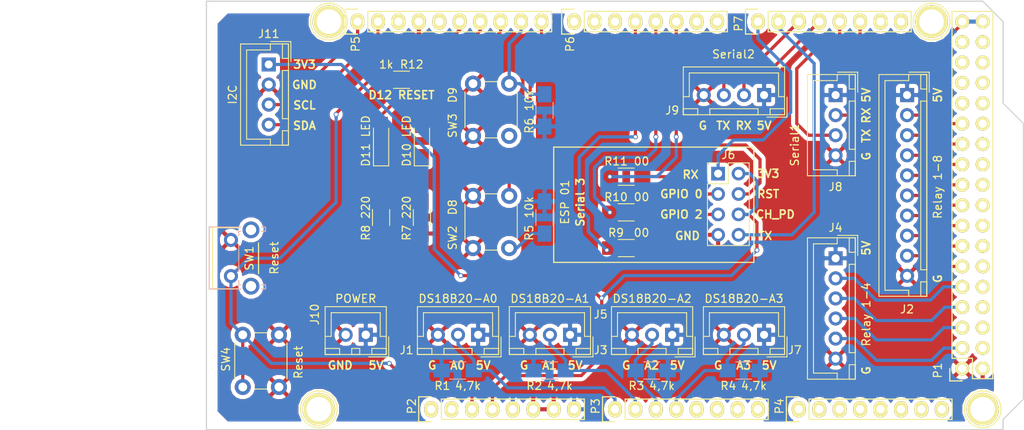
<source format=kicad_pcb>
(kicad_pcb (version 4) (host pcbnew 4.0.7)
  (title_block (date "mar. 31 mars 2015"))
  (layers (0 F.Cu signal) (31 B.Cu signal) (34 B.Paste user) (35 F.Paste user) (36 B.SilkS user) (37 F.SilkS user) (38 B.Mask user) (39 F.Mask user) (44 Edge.Cuts user))
  (net 0 "")
  (net 1 GND)
  (net 2 "/53(SS)")
  (net 3 "/51(MOSI)")
  (net 4 /49)
  (net 5 /47)
  (net 6 /45)
  (net 7 /43)
  (net 8 /41)
  (net 9 /39)
  (net 10 /37)
  (net 11 /35)
  (net 12 /33)
  (net 13 /31)
  (net 14 /29)
  (net 15 /27)
  (net 16 /25)
  (net 17 /23)
  (net 18 +5V)
  (net 19 /IOREF)
  (net 20 /A4)
  (net 21 /A5)
  (net 22 /A6)
  (net 23 /A7)
  (net 24 /A8)
  (net 25 /A9)
  (net 26 /A10)
  (net 27 /A11)
  (net 28 /A12)
  (net 29 /A13)
  (net 30 /A14)
  (net 31 /A15)
  (net 32 /SCL)
  (net 33 /SDA)
  (net 34 /AREF)
  (net 35 "/13(**)")
  (net 36 "/12(**)")
  (net 37 "/11(**)")
  (net 38 "/10(**)")
  (net 39 "/9(**)")
  (net 40 "/8(**)")
  (net 41 "/7(**)")
  (net 42 "/6(**)")
  (net 43 "/5(**)")
  (net 44 "/4(**)")
  (net 45 "/3(**)")
  (net 46 "/2(**)")
  (net 47 "/21(SCL)")
  (net 48 "Net-(P8-Pad1)")
  (net 49 "Net-(P10-Pad1)")
  (net 50 "Net-(P11-Pad1)")
  (net 51 "Net-(P13-Pad1)")
  (net 52 "Net-(P2-Pad1)")
  (net 53 +3V3)
  (net 54 "/1(Tx0)")
  (net 55 "/0(Rx0)")
  (net 56 "/14(Tx3)")
  (net 57 "/15(Rx3)")
  (net 58 "/16(Tx2)")
  (net 59 "Net-(D1-Pad1)")
  (net 60 "Net-(D2-Pad1)")
  (net 61 /A0)
  (net 62 /30)
  (net 63 /32)
  (net 64 /34)
  (net 65 /36)
  (net 66 /38)
  (net 67 /40)
  (net 68 /42)
  (net 69 /44)
  (net 70 /A1)
  (net 71 /46)
  (net 72 /48)
  (net 73 "/50(MISO)")
  (net 74 "/52(SCK)")
  (net 75 /A2)
  (net 76 /A3)
  (net 77 "/19(Rx1)")
  (net 78 "/18(Tx1)")
  (net 79 /28)
  (net 80 /26)
  (net 81 /24)
  (net 82 /22)
  (net 83 "/17(Rx2)")
  (net 84 "/20(SDA)")
  (net 85 "Net-(J6-Pad3)")
  (net 86 "Net-(J6-Pad5)")
  (net 87 /Reset)
  (net 88 "Net-(J6-Pad4)")
  (module Socket_Arduino_Mega:Socket_Strip_Arduino_2x18 (layer F.Cu) (at 197.358 114.046 90)
    (fp_text reference P1 (at -0.254 -3.048 90) (layer F.SilkS))
    (fp_text value Digital)
    (pad 1 thru_hole circle (at 0 0 90) (size 1.7272 1.7272) (drill 1.016) (layers *.Cu *.Mask F.SilkS) (net 1 GND))
    (pad 2 thru_hole oval (at 0 2.54 90) (size 1.7272 1.7272) (drill 1.016) (layers *.Cu *.Mask F.SilkS) (net 1 GND))
    (pad 3 thru_hole oval (at 2.54 0 90) (size 1.7272 1.7272) (drill 1.016) (layers *.Cu *.Mask F.SilkS) (net 74 "/52(SCK)"))
    (pad 4 thru_hole oval (at 2.54 2.54 90) (size 1.7272 1.7272) (drill 1.016) (layers *.Cu *.Mask F.SilkS) (net 2 "/53(SS)"))
    (pad 5 thru_hole oval (at 5.08 0 90) (size 1.7272 1.7272) (drill 1.016) (layers *.Cu *.Mask F.SilkS) (net 73 "/50(MISO)"))
    (pad 6 thru_hole oval (at 5.08 2.54 90) (size 1.7272 1.7272) (drill 1.016) (layers *.Cu *.Mask F.SilkS) (net 3 "/51(MOSI)"))
    (pad 7 thru_hole oval (at 7.62 0 90) (size 1.7272 1.7272) (drill 1.016) (layers *.Cu *.Mask F.SilkS) (net 72 /48))
    (pad 8 thru_hole oval (at 7.62 2.54 90) (size 1.7272 1.7272) (drill 1.016) (layers *.Cu *.Mask F.SilkS) (net 4 /49))
    (pad 9 thru_hole oval (at 10.16 0 90) (size 1.7272 1.7272) (drill 1.016) (layers *.Cu *.Mask F.SilkS) (net 71 /46))
    (pad 10 thru_hole oval (at 10.16 2.54 90) (size 1.7272 1.7272) (drill 1.016) (layers *.Cu *.Mask F.SilkS) (net 5 /47))
    (pad 11 thru_hole oval (at 12.7 0 90) (size 1.7272 1.7272) (drill 1.016) (layers *.Cu *.Mask F.SilkS) (net 69 /44))
    (pad 12 thru_hole oval (at 12.7 2.54 90) (size 1.7272 1.7272) (drill 1.016) (layers *.Cu *.Mask F.SilkS) (net 6 /45))
    (pad 13 thru_hole oval (at 15.24 0 90) (size 1.7272 1.7272) (drill 1.016) (layers *.Cu *.Mask F.SilkS) (net 68 /42))
    (pad 14 thru_hole oval (at 15.24 2.54 90) (size 1.7272 1.7272) (drill 1.016) (layers *.Cu *.Mask F.SilkS) (net 7 /43))
    (pad 15 thru_hole oval (at 17.78 0 90) (size 1.7272 1.7272) (drill 1.016) (layers *.Cu *.Mask F.SilkS) (net 67 /40))
    (pad 16 thru_hole oval (at 17.78 2.54 90) (size 1.7272 1.7272) (drill 1.016) (layers *.Cu *.Mask F.SilkS) (net 8 /41))
    (pad 17 thru_hole oval (at 20.32 0 90) (size 1.7272 1.7272) (drill 1.016) (layers *.Cu *.Mask F.SilkS) (net 66 /38))
    (pad 18 thru_hole oval (at 20.32 2.54 90) (size 1.7272 1.7272) (drill 1.016) (layers *.Cu *.Mask F.SilkS) (net 9 /39))
    (pad 19 thru_hole oval (at 22.86 0 90) (size 1.7272 1.7272) (drill 1.016) (layers *.Cu *.Mask F.SilkS) (net 65 /36))
    (pad 20 thru_hole oval (at 22.86 2.54 90) (size 1.7272 1.7272) (drill 1.016) (layers *.Cu *.Mask F.SilkS) (net 10 /37))
    (pad 21 thru_hole oval (at 25.4 0 90) (size 1.7272 1.7272) (drill 1.016) (layers *.Cu *.Mask F.SilkS) (net 64 /34))
    (pad 22 thru_hole oval (at 25.4 2.54 90) (size 1.7272 1.7272) (drill 1.016) (layers *.Cu *.Mask F.SilkS) (net 11 /35))
    (pad 23 thru_hole oval (at 27.94 0 90) (size 1.7272 1.7272) (drill 1.016) (layers *.Cu *.Mask F.SilkS) (net 63 /32))
    (pad 24 thru_hole oval (at 27.94 2.54 90) (size 1.7272 1.7272) (drill 1.016) (layers *.Cu *.Mask F.SilkS) (net 12 /33))
    (pad 25 thru_hole oval (at 30.48 0 90) (size 1.7272 1.7272) (drill 1.016) (layers *.Cu *.Mask F.SilkS) (net 62 /30))
    (pad 26 thru_hole oval (at 30.48 2.54 90) (size 1.7272 1.7272) (drill 1.016) (layers *.Cu *.Mask F.SilkS) (net 13 /31))
    (pad 27 thru_hole oval (at 33.02 0 90) (size 1.7272 1.7272) (drill 1.016) (layers *.Cu *.Mask F.SilkS) (net 79 /28))
    (pad 28 thru_hole oval (at 33.02 2.54 90) (size 1.7272 1.7272) (drill 1.016) (layers *.Cu *.Mask F.SilkS) (net 14 /29))
    (pad 29 thru_hole oval (at 35.56 0 90) (size 1.7272 1.7272) (drill 1.016) (layers *.Cu *.Mask F.SilkS) (net 80 /26))
    (pad 30 thru_hole oval (at 35.56 2.54 90) (size 1.7272 1.7272) (drill 1.016) (layers *.Cu *.Mask F.SilkS) (net 15 /27))
    (pad 31 thru_hole oval (at 38.1 0 90) (size 1.7272 1.7272) (drill 1.016) (layers *.Cu *.Mask F.SilkS) (net 81 /24))
    (pad 32 thru_hole oval (at 38.1 2.54 90) (size 1.7272 1.7272) (drill 1.016) (layers *.Cu *.Mask F.SilkS) (net 16 /25))
    (pad 33 thru_hole oval (at 40.64 0 90) (size 1.7272 1.7272) (drill 1.016) (layers *.Cu *.Mask F.SilkS) (net 82 /22))
    (pad 34 thru_hole oval (at 40.64 2.54 90) (size 1.7272 1.7272) (drill 1.016) (layers *.Cu *.Mask F.SilkS) (net 17 /23))
    (pad 35 thru_hole oval (at 43.18 0 90) (size 1.7272 1.7272) (drill 1.016) (layers *.Cu *.Mask F.SilkS) (net 18 +5V))
    (pad 36 thru_hole oval (at 43.18 2.54 90) (size 1.7272 1.7272) (drill 1.016) (layers *.Cu *.Mask F.SilkS) (net 18 +5V))
  )
  (module Socket_Arduino_Mega:Socket_Strip_Arduino_1x08 (layer F.Cu) (at 131.318 119.126)
    (fp_text reference P2 (at -2.413 -0.381 90) (layer F.SilkS))
    (fp_text value Power)
    (pad 1 thru_hole oval (at 0 0) (size 1.7272 2.032) (drill 1.016) (layers *.Cu *.Mask F.SilkS) (net 52 "Net-(P2-Pad1)"))
    (pad 2 thru_hole oval (at 2.54 0) (size 1.7272 2.032) (drill 1.016) (layers *.Cu *.Mask F.SilkS) (net 19 /IOREF))
    (pad 3 thru_hole oval (at 5.08 0) (size 1.7272 2.032) (drill 1.016) (layers *.Cu *.Mask F.SilkS) (net 87 /Reset))
    (pad 4 thru_hole oval (at 7.62 0) (size 1.7272 2.032) (drill 1.016) (layers *.Cu *.Mask F.SilkS) (net 53 +3V3))
    (pad 5 thru_hole oval (at 10.16 0) (size 1.7272 2.032) (drill 1.016) (layers *.Cu *.Mask F.SilkS) (net 18 +5V))
    (pad 6 thru_hole oval (at 12.7 0) (size 1.7272 2.032) (drill 1.016) (layers *.Cu *.Mask F.SilkS) (net 1 GND))
    (pad 7 thru_hole oval (at 15.24 0) (size 1.7272 2.032) (drill 1.016) (layers *.Cu *.Mask F.SilkS) (net 1 GND))
    (pad 8 thru_hole oval (at 17.78 0) (size 1.7272 2.032) (drill 1.016) (layers *.Cu *.Mask F.SilkS) (net 18 +5V))
  )
  (module Socket_Arduino_Mega:Socket_Strip_Arduino_1x08 (layer F.Cu) (at 154.178 119.126)
    (fp_text reference P3 (at -2.413 -0.381 90) (layer F.SilkS))
    (fp_text value Analog)
    (pad 1 thru_hole oval (at 0 0) (size 1.7272 2.032) (drill 1.016) (layers *.Cu *.Mask F.SilkS) (net 61 /A0))
    (pad 2 thru_hole oval (at 2.54 0) (size 1.7272 2.032) (drill 1.016) (layers *.Cu *.Mask F.SilkS) (net 70 /A1))
    (pad 3 thru_hole oval (at 5.08 0) (size 1.7272 2.032) (drill 1.016) (layers *.Cu *.Mask F.SilkS) (net 75 /A2))
    (pad 4 thru_hole oval (at 7.62 0) (size 1.7272 2.032) (drill 1.016) (layers *.Cu *.Mask F.SilkS) (net 76 /A3))
    (pad 5 thru_hole oval (at 10.16 0) (size 1.7272 2.032) (drill 1.016) (layers *.Cu *.Mask F.SilkS) (net 20 /A4))
    (pad 6 thru_hole oval (at 12.7 0) (size 1.7272 2.032) (drill 1.016) (layers *.Cu *.Mask F.SilkS) (net 21 /A5))
    (pad 7 thru_hole oval (at 15.24 0) (size 1.7272 2.032) (drill 1.016) (layers *.Cu *.Mask F.SilkS) (net 22 /A6))
    (pad 8 thru_hole oval (at 17.78 0) (size 1.7272 2.032) (drill 1.016) (layers *.Cu *.Mask F.SilkS) (net 23 /A7))
  )
  (module Socket_Arduino_Mega:Socket_Strip_Arduino_1x08 (layer F.Cu) (at 177.038 119.126)
    (fp_text reference P4 (at -2.413 -0.381 90) (layer F.SilkS))
    (fp_text value Analog)
    (pad 1 thru_hole oval (at 0 0) (size 1.7272 2.032) (drill 1.016) (layers *.Cu *.Mask F.SilkS) (net 24 /A8))
    (pad 2 thru_hole oval (at 2.54 0) (size 1.7272 2.032) (drill 1.016) (layers *.Cu *.Mask F.SilkS) (net 25 /A9))
    (pad 3 thru_hole oval (at 5.08 0) (size 1.7272 2.032) (drill 1.016) (layers *.Cu *.Mask F.SilkS) (net 26 /A10))
    (pad 4 thru_hole oval (at 7.62 0) (size 1.7272 2.032) (drill 1.016) (layers *.Cu *.Mask F.SilkS) (net 27 /A11))
    (pad 5 thru_hole oval (at 10.16 0) (size 1.7272 2.032) (drill 1.016) (layers *.Cu *.Mask F.SilkS) (net 28 /A12))
    (pad 6 thru_hole oval (at 12.7 0) (size 1.7272 2.032) (drill 1.016) (layers *.Cu *.Mask F.SilkS) (net 29 /A13))
    (pad 7 thru_hole oval (at 15.24 0) (size 1.7272 2.032) (drill 1.016) (layers *.Cu *.Mask F.SilkS) (net 30 /A14))
    (pad 8 thru_hole oval (at 17.78 0) (size 1.7272 2.032) (drill 1.016) (layers *.Cu *.Mask F.SilkS) (net 31 /A15))
  )
  (module Socket_Arduino_Mega:Socket_Strip_Arduino_1x10 (layer F.Cu) (at 122.174 70.866)
    (fp_text reference P5 (at -0.254 2.794 90) (layer F.SilkS))
    (fp_text value PWM)
    (pad 1 thru_hole oval (at 0 0) (size 1.7272 2.032) (drill 1.016) (layers *.Cu *.Mask F.SilkS) (net 32 /SCL))
    (pad 2 thru_hole oval (at 2.54 0) (size 1.7272 2.032) (drill 1.016) (layers *.Cu *.Mask F.SilkS) (net 33 /SDA))
    (pad 3 thru_hole oval (at 5.08 0) (size 1.7272 2.032) (drill 1.016) (layers *.Cu *.Mask F.SilkS) (net 34 /AREF))
    (pad 4 thru_hole oval (at 7.62 0) (size 1.7272 2.032) (drill 1.016) (layers *.Cu *.Mask F.SilkS) (net 1 GND))
    (pad 5 thru_hole oval (at 10.16 0) (size 1.7272 2.032) (drill 1.016) (layers *.Cu *.Mask F.SilkS) (net 35 "/13(**)"))
    (pad 6 thru_hole oval (at 12.7 0) (size 1.7272 2.032) (drill 1.016) (layers *.Cu *.Mask F.SilkS) (net 36 "/12(**)"))
    (pad 7 thru_hole oval (at 15.24 0) (size 1.7272 2.032) (drill 1.016) (layers *.Cu *.Mask F.SilkS) (net 37 "/11(**)"))
    (pad 8 thru_hole oval (at 17.78 0) (size 1.7272 2.032) (drill 1.016) (layers *.Cu *.Mask F.SilkS) (net 38 "/10(**)"))
    (pad 9 thru_hole oval (at 20.32 0) (size 1.7272 2.032) (drill 1.016) (layers *.Cu *.Mask F.SilkS) (net 39 "/9(**)"))
    (pad 10 thru_hole oval (at 22.86 0) (size 1.7272 2.032) (drill 1.016) (layers *.Cu *.Mask F.SilkS) (net 40 "/8(**)"))
  )
  (module Socket_Arduino_Mega:Socket_Strip_Arduino_1x08 (layer F.Cu) (at 149.098 70.866)
    (fp_text reference P6 (at -0.508 2.794 90) (layer F.SilkS))
    (fp_text value PWM)
    (pad 1 thru_hole oval (at 0 0) (size 1.7272 2.032) (drill 1.016) (layers *.Cu *.Mask F.SilkS) (net 41 "/7(**)"))
    (pad 2 thru_hole oval (at 2.54 0) (size 1.7272 2.032) (drill 1.016) (layers *.Cu *.Mask F.SilkS) (net 42 "/6(**)"))
    (pad 3 thru_hole oval (at 5.08 0) (size 1.7272 2.032) (drill 1.016) (layers *.Cu *.Mask F.SilkS) (net 43 "/5(**)"))
    (pad 4 thru_hole oval (at 7.62 0) (size 1.7272 2.032) (drill 1.016) (layers *.Cu *.Mask F.SilkS) (net 44 "/4(**)"))
    (pad 5 thru_hole oval (at 10.16 0) (size 1.7272 2.032) (drill 1.016) (layers *.Cu *.Mask F.SilkS) (net 45 "/3(**)"))
    (pad 6 thru_hole oval (at 12.7 0) (size 1.7272 2.032) (drill 1.016) (layers *.Cu *.Mask F.SilkS) (net 46 "/2(**)"))
    (pad 7 thru_hole oval (at 15.24 0) (size 1.7272 2.032) (drill 1.016) (layers *.Cu *.Mask F.SilkS) (net 54 "/1(Tx0)"))
    (pad 8 thru_hole oval (at 17.78 0) (size 1.7272 2.032) (drill 1.016) (layers *.Cu *.Mask F.SilkS) (net 55 "/0(Rx0)"))
  )
  (module Socket_Arduino_Mega:Socket_Strip_Arduino_1x08 (layer F.Cu) (at 171.958 70.866)
    (fp_text reference P7 (at -2.413 0.254 90) (layer F.SilkS))
    (fp_text value Communication)
    (pad 1 thru_hole oval (at 0 0) (size 1.7272 2.032) (drill 1.016) (layers *.Cu *.Mask F.SilkS) (net 56 "/14(Tx3)"))
    (pad 2 thru_hole oval (at 2.54 0) (size 1.7272 2.032) (drill 1.016) (layers *.Cu *.Mask F.SilkS) (net 57 "/15(Rx3)"))
    (pad 3 thru_hole oval (at 5.08 0) (size 1.7272 2.032) (drill 1.016) (layers *.Cu *.Mask F.SilkS) (net 58 "/16(Tx2)"))
    (pad 4 thru_hole oval (at 7.62 0) (size 1.7272 2.032) (drill 1.016) (layers *.Cu *.Mask F.SilkS) (net 83 "/17(Rx2)"))
    (pad 5 thru_hole oval (at 10.16 0) (size 1.7272 2.032) (drill 1.016) (layers *.Cu *.Mask F.SilkS) (net 78 "/18(Tx1)"))
    (pad 6 thru_hole oval (at 12.7 0) (size 1.7272 2.032) (drill 1.016) (layers *.Cu *.Mask F.SilkS) (net 77 "/19(Rx1)"))
    (pad 7 thru_hole oval (at 15.24 0) (size 1.7272 2.032) (drill 1.016) (layers *.Cu *.Mask F.SilkS) (net 84 "/20(SDA)"))
    (pad 8 thru_hole oval (at 17.78 0) (size 1.7272 2.032) (drill 1.016) (layers *.Cu *.Mask F.SilkS) (net 47 "/21(SCL)"))
  )
  (module Socket_Arduino_Mega:Arduino_1pin (layer F.Cu) (at 117.348 119.126)
    (fp_text reference P8 hide)
    (fp_text value CONN_01X01 hide)
    (pad 1 thru_hole circle (at 0 0) (size 4.064 4.064) (drill 3.048) (layers *.Cu *.Mask F.SilkS) (net 48 "Net-(P8-Pad1)"))
  )
  (module Socket_Arduino_Mega:Arduino_1pin (layer F.Cu) (at 199.898 119.126)
    (fp_text reference P10 hide)
    (fp_text value CONN_01X01 hide)
    (pad 1 thru_hole circle (at 0 0) (size 4.064 4.064) (drill 3.048) (layers *.Cu *.Mask F.SilkS) (net 49 "Net-(P10-Pad1)"))
  )
  (module Socket_Arduino_Mega:Arduino_1pin (layer F.Cu) (at 118.618 70.866)
    (fp_text reference P11 hide)
    (fp_text value CONN_01X01 hide)
    (pad 1 thru_hole circle (at 0 0) (size 4.064 4.064) (drill 3.048) (layers *.Cu *.Mask F.SilkS) (net 50 "Net-(P11-Pad1)"))
  )
  (module Socket_Arduino_Mega:Arduino_1pin (layer F.Cu) (at 193.548 70.866)
    (fp_text reference P13 hide)
    (fp_text value CONN_01X01 hide)
    (pad 1 thru_hole circle (at 0 0) (size 4.064 4.064) (drill 3.048) (layers *.Cu *.Mask F.SilkS) (net 51 "Net-(P13-Pad1)"))
  )
  (module Resistors_SMD:R_1206_HandSoldering (layer B.Cu) (at 134.62 114.3 180)
    (fp_text reference R1 (at 1.905 -1.905 180) (layer F.SilkS))
    (fp_text value 4,7k (at -1.27 -1.905 180) (layer F.SilkS))
    (pad 1 smd rect (at -2 0 180) (size 2 1.7) (layers B.Cu B.Paste B.Mask) (net 61 /A0))
    (pad 2 smd rect (at 2 0 180) (size 2 1.7) (layers B.Cu B.Paste B.Mask) (net 18 +5V))
  )
  (module Resistors_SMD:R_1206_HandSoldering (layer B.Cu) (at 146.05 114.3 180)
    (fp_text reference R2 (at 1.905 -1.905 180) (layer F.SilkS))
    (fp_text value 4,7k (at -1.27 -1.905 180) (layer F.SilkS))
    (pad 1 smd rect (at -2 0 180) (size 2 1.7) (layers B.Cu B.Paste B.Mask) (net 70 /A1))
    (pad 2 smd rect (at 2 0 180) (size 2 1.7) (layers B.Cu B.Paste B.Mask) (net 18 +5V))
  )
  (module Resistors_SMD:R_1206_HandSoldering (layer B.Cu) (at 158.75 114.3)
    (fp_text reference R3 (at -1.905 1.905) (layer F.SilkS))
    (fp_text value 4,7k (at 1.27 1.905) (layer F.SilkS))
    (pad 1 smd rect (at -2 0) (size 2 1.7) (layers B.Cu B.Paste B.Mask) (net 75 /A2))
    (pad 2 smd rect (at 2 0) (size 2 1.7) (layers B.Cu B.Paste B.Mask) (net 18 +5V))
  )
  (module Resistors_SMD:R_1206_HandSoldering (layer B.Cu) (at 170.18 114.3)
    (fp_text reference R4 (at -1.905 1.905) (layer F.SilkS))
    (fp_text value 4,7k (at 1.27 1.905) (layer F.SilkS))
    (pad 1 smd rect (at -2 0) (size 2 1.7) (layers B.Cu B.Paste B.Mask) (net 76 /A3))
    (pad 2 smd rect (at 2 0) (size 2 1.7) (layers B.Cu B.Paste B.Mask) (net 18 +5V))
  )
  (module Buttons_Switches_THT:SW_Tactile_SPST_Angled_PTS645Vx39-2LFS (layer B.Cu) (at 106.426 98.044 270)
    (fp_text reference SW1 (at 2.286 -2.286 270) (layer F.SilkS))
    (fp_text value Reset (at 2.25 -5.38988 270) (layer F.SilkS))
    (pad "" thru_hole circle (at 5.76 -2.49 270) (size 2.1 2.1) (drill 1.3) (layers *.Cu *.Mask))
    (pad 2 thru_hole circle (at 4.5 0 270) (size 1.75 1.75) (drill 0.99) (layers *.Cu *.Mask) (net 87 /Reset))
    (pad 1 thru_hole circle (at 0 0 270) (size 1.75 1.75) (drill 0.99) (layers *.Cu *.Mask) (net 1 GND))
    (pad "" thru_hole circle (at -1.25 -2.49 270) (size 2.1 2.1) (drill 1.3) (layers *.Cu *.Mask))
  )
  (module LEDs:LED_1206_HandSoldering (layer F.Cu) (at 130.175 85.725 90)
    (fp_text reference D1)
    (fp_text value "D10 LED" (at 0 -1.905 90) (layer F.SilkS))
    (pad 1 smd rect (at -2 0 90) (size 2 1.7) (layers F.Cu F.Paste F.Mask) (net 59 "Net-(D1-Pad1)"))
    (pad 2 smd rect (at 2 0 90) (size 2 1.7) (layers F.Cu F.Paste F.Mask) (net 38 "/10(**)"))
  )
  (module LEDs:LED_1206_HandSoldering (layer F.Cu) (at 125.095 85.725 90)
    (fp_text reference D2)
    (fp_text value "D11 LED" (at 0 -1.905 90) (layer F.SilkS))
    (pad 1 smd rect (at -2 0 90) (size 2 1.7) (layers F.Cu F.Paste F.Mask) (net 60 "Net-(D2-Pad1)"))
    (pad 2 smd rect (at 2 0 90) (size 2 1.7) (layers F.Cu F.Paste F.Mask) (net 37 "/11(**)"))
  )
  (module Resistors_SMD:R_1206_HandSoldering (layer B.Cu) (at 145.415 95.25 90)
    (fp_text reference R5 (at -1.905 -1.905 90) (layer F.SilkS))
    (fp_text value 10k (at 1.27 -1.905 90) (layer F.SilkS))
    (pad 1 smd rect (at -2 0 90) (size 2 1.7) (layers B.Cu B.Paste B.Mask) (net 40 "/8(**)"))
    (pad 2 smd rect (at 2 0 90) (size 2 1.7) (layers B.Cu B.Paste B.Mask) (net 18 +5V))
  )
  (module Resistors_SMD:R_1206_HandSoldering (layer B.Cu) (at 145.415 81.915 270)
    (fp_text reference R6 (at 1.905 1.905 270) (layer F.SilkS))
    (fp_text value 10k (at -1.27 1.905 270) (layer F.SilkS))
    (pad 1 smd rect (at -2 0 270) (size 2 1.7) (layers B.Cu B.Paste B.Mask) (net 39 "/9(**)"))
    (pad 2 smd rect (at 2 0 270) (size 2 1.7) (layers B.Cu B.Paste B.Mask) (net 18 +5V))
  )
  (module Resistors_SMD:R_1206_HandSoldering (layer F.Cu) (at 130.175 95.25 90)
    (fp_text reference R7 (at -1.905 -1.905 90) (layer F.SilkS))
    (fp_text value 220 (at 1.27 -1.905 90) (layer F.SilkS))
    (pad 1 smd rect (at -2 0 90) (size 2 1.7) (layers F.Cu F.Paste F.Mask) (net 1 GND))
    (pad 2 smd rect (at 2 0 90) (size 2 1.7) (layers F.Cu F.Paste F.Mask) (net 59 "Net-(D1-Pad1)"))
  )
  (module Resistors_SMD:R_1206_HandSoldering (layer F.Cu) (at 125.095 95.25 90)
    (fp_text reference R8 (at -1.905 -1.905 90) (layer F.SilkS))
    (fp_text value 220 (at 1.27 -1.905 90) (layer F.SilkS))
    (pad 1 smd rect (at -2 0 90) (size 2 1.7) (layers F.Cu F.Paste F.Mask) (net 1 GND))
    (pad 2 smd rect (at 2 0 90) (size 2 1.7) (layers F.Cu F.Paste F.Mask) (net 60 "Net-(D2-Pad1)"))
  )
  (module Buttons_Switches_THT:SW_PUSH_6mm_h5mm (layer F.Cu) (at 136.525 99.06 90)
    (fp_text reference SW2 (at 1.27 -2.54 90) (layer F.SilkS))
    (fp_text value D8 (at 5.08 -2.54 90) (layer F.SilkS))
    (pad 2 thru_hole circle (at 0 4.5 180) (size 2 2) (drill 1.1) (layers *.Cu *.Mask) (net 40 "/8(**)"))
    (pad 1 thru_hole circle (at 0 0 180) (size 2 2) (drill 1.1) (layers *.Cu *.Mask) (net 1 GND))
    (pad 2 thru_hole circle (at 6.5 4.5 180) (size 2 2) (drill 1.1) (layers *.Cu *.Mask) (net 40 "/8(**)"))
    (pad 1 thru_hole circle (at 6.5 0 180) (size 2 2) (drill 1.1) (layers *.Cu *.Mask) (net 1 GND))
  )
  (module Buttons_Switches_THT:SW_PUSH_6mm_h5mm (layer F.Cu) (at 136.525 85.09 90)
    (fp_text reference SW3 (at 1.27 -2.54 90) (layer F.SilkS))
    (fp_text value D9 (at 5.08 -2.54 90) (layer F.SilkS))
    (pad 2 thru_hole circle (at 0 4.5 180) (size 2 2) (drill 1.1) (layers *.Cu *.Mask) (net 39 "/9(**)"))
    (pad 1 thru_hole circle (at 0 0 180) (size 2 2) (drill 1.1) (layers *.Cu *.Mask) (net 1 GND))
    (pad 2 thru_hole circle (at 6.5 4.5 180) (size 2 2) (drill 1.1) (layers *.Cu *.Mask) (net 39 "/9(**)"))
    (pad 1 thru_hole circle (at 6.5 0 180) (size 2 2) (drill 1.1) (layers *.Cu *.Mask) (net 1 GND))
  )
  (module Connectors_JST:JST_XH_B10B-XH-A_10x2.50mm_Straight (layer F.Cu) (at 190.5 80.01 270)
    (fp_text reference J2 (at 26.67 0 540) (layer F.SilkS))
    (fp_text value "Relay 1-8" (at 11.43 -3.81 450) (layer F.SilkS))
    (pad 1 thru_hole rect (at 0 0 270) (size 1.75 1.75) (drill 1) (layers *.Cu *.Mask) (net 18 +5V))
    (pad 2 thru_hole circle (at 2.5 0 270) (size 1.75 1.75) (drill 1) (layers *.Cu *.Mask) (net 62 /30))
    (pad 3 thru_hole circle (at 5 0 270) (size 1.75 1.75) (drill 1) (layers *.Cu *.Mask) (net 63 /32))
    (pad 4 thru_hole circle (at 7.5 0 270) (size 1.75 1.75) (drill 1) (layers *.Cu *.Mask) (net 64 /34))
    (pad 5 thru_hole circle (at 10 0 270) (size 1.75 1.75) (drill 1) (layers *.Cu *.Mask) (net 65 /36))
    (pad 6 thru_hole circle (at 12.5 0 270) (size 1.75 1.75) (drill 1) (layers *.Cu *.Mask) (net 66 /38))
    (pad 7 thru_hole circle (at 15 0 270) (size 1.75 1.75) (drill 1) (layers *.Cu *.Mask) (net 67 /40))
    (pad 8 thru_hole circle (at 17.5 0 270) (size 1.75 1.75) (drill 1) (layers *.Cu *.Mask) (net 68 /42))
    (pad 9 thru_hole circle (at 20 0 270) (size 1.75 1.75) (drill 1) (layers *.Cu *.Mask) (net 69 /44))
    (pad 10 thru_hole circle (at 22.5 0 270) (size 1.75 1.75) (drill 1) (layers *.Cu *.Mask) (net 1 GND))
  )
  (module Connectors_JST:JST_XH_B03B-XH-A_03x2.50mm_Straight (layer F.Cu) (at 137.16 109.855 180)
    (fp_text reference J1 (at 8.89 -1.905 180) (layer F.SilkS))
    (fp_text value DS18B20-A0 (at 2.5 4.5 180) (layer F.SilkS))
    (pad 1 thru_hole rect (at 0 0 180) (size 1.75 1.75) (drill 1) (layers *.Cu *.Mask) (net 18 +5V))
    (pad 2 thru_hole circle (at 2.5 0 180) (size 1.75 1.75) (drill 1) (layers *.Cu *.Mask) (net 61 /A0))
    (pad 3 thru_hole circle (at 5 0 180) (size 1.75 1.75) (drill 1) (layers *.Cu *.Mask) (net 1 GND))
  )
  (module Connectors_JST:JST_XH_B03B-XH-A_03x2.50mm_Straight (layer F.Cu) (at 148.59 109.855 180)
    (fp_text reference J3 (at -3.81 -1.905 180) (layer F.SilkS))
    (fp_text value DS18B20-A1 (at 2.5 4.5 180) (layer F.SilkS))
    (pad 1 thru_hole rect (at 0 0 180) (size 1.75 1.75) (drill 1) (layers *.Cu *.Mask) (net 18 +5V))
    (pad 2 thru_hole circle (at 2.5 0 180) (size 1.75 1.75) (drill 1) (layers *.Cu *.Mask) (net 70 /A1))
    (pad 3 thru_hole circle (at 5 0 180) (size 1.75 1.75) (drill 1) (layers *.Cu *.Mask) (net 1 GND))
  )
  (module Connectors_JST:JST_XH_B06B-XH-A_06x2.50mm_Straight (layer F.Cu) (at 181.61 100.33 270)
    (fp_text reference J4 (at -3.81 0 360) (layer F.SilkS))
    (fp_text value "Relay 1-4" (at 6.985 -3.81 450) (layer F.SilkS))
    (pad 1 thru_hole rect (at 0 0 270) (size 1.75 1.75) (drill 1) (layers *.Cu *.Mask) (net 18 +5V))
    (pad 2 thru_hole circle (at 2.5 0 270) (size 1.75 1.75) (drill 1) (layers *.Cu *.Mask) (net 71 /46))
    (pad 3 thru_hole circle (at 5 0 270) (size 1.75 1.75) (drill 1) (layers *.Cu *.Mask) (net 72 /48))
    (pad 4 thru_hole circle (at 7.5 0 270) (size 1.75 1.75) (drill 1) (layers *.Cu *.Mask) (net 73 "/50(MISO)"))
    (pad 5 thru_hole circle (at 10 0 270) (size 1.75 1.75) (drill 1) (layers *.Cu *.Mask) (net 74 "/52(SCK)"))
    (pad 6 thru_hole circle (at 12.5 0 270) (size 1.75 1.75) (drill 1) (layers *.Cu *.Mask) (net 1 GND))
  )
  (module Connectors_JST:JST_XH_B03B-XH-A_03x2.50mm_Straight (layer F.Cu) (at 161.29 109.855 180)
    (fp_text reference J5 (at 8.89 2.54 180) (layer F.SilkS))
    (fp_text value DS18B20-A2 (at 2.5 4.5 180) (layer F.SilkS))
    (pad 1 thru_hole rect (at 0 0 180) (size 1.75 1.75) (drill 1) (layers *.Cu *.Mask) (net 18 +5V))
    (pad 2 thru_hole circle (at 2.5 0 180) (size 1.75 1.75) (drill 1) (layers *.Cu *.Mask) (net 75 /A2))
    (pad 3 thru_hole circle (at 5 0 180) (size 1.75 1.75) (drill 1) (layers *.Cu *.Mask) (net 1 GND))
  )
  (module Connectors_JST:JST_XH_B03B-XH-A_03x2.50mm_Straight (layer F.Cu) (at 172.72 109.855 180)
    (fp_text reference J7 (at -3.81 -1.905 180) (layer F.SilkS))
    (fp_text value DS18B20-A3 (at 2.5 4.5 180) (layer F.SilkS))
    (pad 1 thru_hole rect (at 0 0 180) (size 1.75 1.75) (drill 1) (layers *.Cu *.Mask) (net 18 +5V))
    (pad 2 thru_hole circle (at 2.5 0 180) (size 1.75 1.75) (drill 1) (layers *.Cu *.Mask) (net 76 /A3))
    (pad 3 thru_hole circle (at 5 0 180) (size 1.75 1.75) (drill 1) (layers *.Cu *.Mask) (net 1 GND))
  )
  (module Connectors_JST:JST_XH_B04B-XH-A_04x2.50mm_Straight (layer F.Cu) (at 181.61 80.01 270)
    (fp_text reference J8 (at 11.43 0 360) (layer F.SilkS))
    (fp_text value Serial1 (at 6.223 5.08 270) (layer F.SilkS))
    (pad 1 thru_hole rect (at 0 0 270) (size 1.75 1.75) (drill 1) (layers *.Cu *.Mask) (net 18 +5V))
    (pad 2 thru_hole circle (at 2.5 0 270) (size 1.75 1.75) (drill 1) (layers *.Cu *.Mask) (net 77 "/19(Rx1)"))
    (pad 3 thru_hole circle (at 5 0 270) (size 1.75 1.75) (drill 1) (layers *.Cu *.Mask) (net 78 "/18(Tx1)"))
    (pad 4 thru_hole circle (at 7.5 0 270) (size 1.75 1.75) (drill 1) (layers *.Cu *.Mask) (net 1 GND))
  )
  (module Connectors_JST:JST_XH_B04B-XH-A_04x2.50mm_Straight (layer F.Cu) (at 172.72 80.01 180)
    (fp_text reference J9 (at 11.43 -1.905 180) (layer F.SilkS))
    (fp_text value Serial2 (at 3.81 5.08 180) (layer F.SilkS))
    (pad 1 thru_hole rect (at 0 0 180) (size 1.75 1.75) (drill 1) (layers *.Cu *.Mask) (net 18 +5V))
    (pad 2 thru_hole circle (at 2.5 0 180) (size 1.75 1.75) (drill 1) (layers *.Cu *.Mask) (net 83 "/17(Rx2)"))
    (pad 3 thru_hole circle (at 5 0 180) (size 1.75 1.75) (drill 1) (layers *.Cu *.Mask) (net 58 "/16(Tx2)"))
    (pad 4 thru_hole circle (at 7.5 0 180) (size 1.75 1.75) (drill 1) (layers *.Cu *.Mask) (net 1 GND))
  )
  (module Buttons_Switches_THT:SW_PUSH_6mm_h4.3mm (layer F.Cu) (at 112.395 109.855 270)
    (fp_text reference SW4 (at 3.048 6.604 270) (layer F.SilkS))
    (fp_text value Reset (at 3.429 -2.413 270) (layer F.SilkS))
    (pad 2 thru_hole circle (at 0 4.5) (size 2 2) (drill 1.1) (layers *.Cu *.Mask) (net 87 /Reset))
    (pad 1 thru_hole circle (at 0 0) (size 2 2) (drill 1.1) (layers *.Cu *.Mask) (net 1 GND))
    (pad 2 thru_hole circle (at 6.5 4.5) (size 2 2) (drill 1.1) (layers *.Cu *.Mask) (net 87 /Reset))
    (pad 1 thru_hole circle (at 6.5 0) (size 2 2) (drill 1.1) (layers *.Cu *.Mask) (net 1 GND))
  )
  (module Pin_Headers:Pin_Header_Straight_2x04_Pitch2.54mm (layer F.Cu) (at 167.005 89.789)
    (fp_text reference J6 (at 1.27 -2.33) (layer F.SilkS))
    (fp_text value "ESP 01" (at -19.05 3.556 90) (layer F.SilkS))
    (pad 1 thru_hole rect (at 0 0) (size 1.7 1.7) (drill 1) (layers *.Cu *.Mask) (net 56 "/14(Tx3)"))
    (pad 2 thru_hole oval (at 2.54 0) (size 1.7 1.7) (drill 1) (layers *.Cu *.Mask) (net 53 +3V3))
    (pad 3 thru_hole oval (at 0 2.54) (size 1.7 1.7) (drill 1) (layers *.Cu *.Mask) (net 85 "Net-(J6-Pad3)"))
    (pad 4 thru_hole oval (at 2.54 2.54) (size 1.7 1.7) (drill 1) (layers *.Cu *.Mask) (net 88 "Net-(J6-Pad4)"))
    (pad 5 thru_hole oval (at 0 5.08) (size 1.7 1.7) (drill 1) (layers *.Cu *.Mask) (net 86 "Net-(J6-Pad5)"))
    (pad 6 thru_hole oval (at 2.54 5.08) (size 1.7 1.7) (drill 1) (layers *.Cu *.Mask) (net 53 +3V3))
    (pad 7 thru_hole oval (at 0 7.62) (size 1.7 1.7) (drill 1) (layers *.Cu *.Mask) (net 1 GND))
    (pad 8 thru_hole oval (at 2.54 7.62) (size 1.7 1.7) (drill 1) (layers *.Cu *.Mask) (net 57 "/15(Rx3)"))
  )
  (module Resistors_SMD:R_1206_HandSoldering (layer F.Cu) (at 155.575 99.06)
    (fp_text reference R9 (at -1.27 -1.905) (layer F.SilkS))
    (fp_text value 00 (at 1.905 -1.905) (layer F.SilkS))
    (pad 1 smd rect (at -2 0) (size 2 1.7) (layers F.Cu F.Paste F.Mask) (net 44 "/4(**)"))
    (pad 2 smd rect (at 2 0) (size 2 1.7) (layers F.Cu F.Paste F.Mask) (net 86 "Net-(J6-Pad5)"))
  )
  (module Resistors_SMD:R_1206_HandSoldering (layer F.Cu) (at 155.575 94.615)
    (fp_text reference R10 (at -1.27 -1.905) (layer F.SilkS))
    (fp_text value 00 (at 1.905 -1.905) (layer F.SilkS))
    (pad 1 smd rect (at -2 0) (size 2 1.7) (layers F.Cu F.Paste F.Mask) (net 45 "/3(**)"))
    (pad 2 smd rect (at 2 0) (size 2 1.7) (layers F.Cu F.Paste F.Mask) (net 85 "Net-(J6-Pad3)"))
  )
  (module Resistors_SMD:R_1206_HandSoldering (layer F.Cu) (at 155.575 90.17)
    (fp_text reference R11 (at -1.27 -1.905) (layer F.SilkS))
    (fp_text value 00 (at 1.905 -1.905) (layer F.SilkS))
    (pad 1 smd rect (at -2 0) (size 2 1.7) (layers F.Cu F.Paste F.Mask) (net 46 "/2(**)"))
    (pad 2 smd rect (at 2 0) (size 2 1.7) (layers F.Cu F.Paste F.Mask) (net 88 "Net-(J6-Pad4)"))
  )
  (module Resistors_SMD:R_1206_HandSoldering (layer F.Cu) (at 127.635 78.105)
    (fp_text reference R12 (at 1.27 -1.905) (layer F.SilkS))
    (fp_text value 1k (at -1.905 -1.905) (layer F.SilkS))
    (pad 1 smd rect (at -2 0) (size 2 1.7) (layers F.Cu F.Paste F.Mask) (net 87 /Reset))
    (pad 2 smd rect (at 2 0) (size 2 1.7) (layers F.Cu F.Paste F.Mask) (net 36 "/12(**)"))
  )
  (module Connectors_JST:JST_XH_B02B-XH-A_02x2.50mm_Straight (layer F.Cu) (at 123.19 109.855 180)
    (fp_text reference J10 (at 6.35 2.54 270) (layer F.SilkS))
    (fp_text value POWER (at 1.25 4.5 180) (layer F.SilkS))
    (pad 1 thru_hole rect (at 0 0 180) (size 1.75 1.75) (drill 1.05) (layers *.Cu *.Mask) (net 18 +5V))
    (pad 2 thru_hole circle (at 2.5 0 180) (size 1.75 1.75) (drill 1.05) (layers *.Cu *.Mask) (net 1 GND))
  )
  (module Connectors_JST:JST_XH_B04B-XH-A_04x2.50mm_Straight (layer F.Cu) (at 111.125 76.2 270)
    (fp_text reference J11 (at -3.81 0 360) (layer F.SilkS))
    (fp_text value I2C (at 3.75 4.5 270) (layer F.SilkS))
    (pad 1 thru_hole rect (at 0 0 270) (size 1.75 1.75) (drill 1) (layers *.Cu *.Mask) (net 53 +3V3))
    (pad 2 thru_hole circle (at 2.5 0 270) (size 1.75 1.75) (drill 1) (layers *.Cu *.Mask) (net 1 GND))
    (pad 3 thru_hole circle (at 5 0 270) (size 1.75 1.75) (drill 1) (layers *.Cu *.Mask) (net 32 /SCL))
    (pad 4 thru_hole circle (at 7.5 0 270) (size 1.75 1.75) (drill 1) (layers *.Cu *.Mask) (net 33 /SDA))
  )
  (gr_line (start 104.14 104.14) (end 107.315 104.14) (angle 90) (layer F.SilkS) (width 0.15))
  (gr_line (start 104.14 96.52) (end 104.14 104.14) (angle 90) (layer F.SilkS) (width 0.15))
  (gr_line (start 104.775 96.52) (end 104.14 96.52) (angle 90) (layer F.SilkS) (width 0.15))
  (gr_line (start 107.315 96.52) (end 104.775 96.52) (angle 90) (layer F.SilkS) (width 0.15))
  (gr_line (start 109.855 102.235) (end 109.855 98.425) (angle 90) (layer F.SilkS) (width 0.15))
  (gr_text RX (at 185.42 82.55 90) (layer F.SilkS) (effects (font (size 1 1) (thickness 0.2))))
  (gr_text TX (at 185.42 85.09 90) (layer F.SilkS) (effects (font (size 1 1) (thickness 0.2))))
  (gr_text TX (at 167.64 83.82) (layer F.SilkS) (effects (font (size 1 1) (thickness 0.2))))
  (gr_text RX (at 170.18 83.82) (layer F.SilkS) (effects (font (size 1 1) (thickness 0.2))))
  (gr_text "D12 RESET" (at 127.635 80.01) (layer F.SilkS) (effects (font (size 1 1) (thickness 0.2))))
  (gr_text SDA (at 115.57 83.82) (layer F.SilkS) (effects (font (size 1 1) (thickness 0.2))))
  (gr_text SCL (at 115.57 81.28) (layer F.SilkS) (effects (font (size 1 1) (thickness 0.2))))
  (gr_text GND (at 115.57 78.74) (layer F.SilkS) (effects (font (size 1 1) (thickness 0.2))))
  (gr_text 3V3 (at 115.57 76.2) (layer F.SilkS) (effects (font (size 1 1) (thickness 0.2))))
  (gr_text A3 (at 170.18 113.665) (layer F.SilkS) (effects (font (size 1 1) (thickness 0.2))))
  (gr_text A2 (at 158.75 113.665) (layer F.SilkS) (effects (font (size 1 1) (thickness 0.2))))
  (gr_text A1 (at 146.05 113.665) (layer F.SilkS) (effects (font (size 1 1) (thickness 0.2))))
  (gr_text A0 (at 134.62 113.665) (layer F.SilkS) (effects (font (size 1 1) (thickness 0.2))))
  (gr_text "GPIO 2" (at 162.433 94.869) (layer F.SilkS) (effects (font (size 1 1) (thickness 0.2))))
  (gr_text "GPIO 0" (at 162.433 92.329) (layer F.SilkS) (effects (font (size 1 1) (thickness 0.2))))
  (gr_text TX (at 172.847 97.536) (layer F.SilkS) (effects (font (size 1 1) (thickness 0.2))))
  (gr_text RX (at 163.576 89.916) (layer F.SilkS) (effects (font (size 1 1) (thickness 0.2))))
  (gr_text RST (at 173.228 92.329) (layer F.SilkS) (effects (font (size 1 1) (thickness 0.2))))
  (gr_text CH_PD (at 174.117 94.869) (layer F.SilkS) (effects (font (size 1 1) (thickness 0.2))))
  (gr_text 3V3 (at 173.228 89.789) (layer F.SilkS) (effects (font (size 1 1) (thickness 0.2))))
  (gr_text GND (at 163.195 97.536) (layer F.SilkS) (effects (font (size 1 1) (thickness 0.2))))
  (gr_text 5V (at 124.46 113.665) (layer F.SilkS) (effects (font (size 1 1) (thickness 0.2))))
  (gr_text GND (at 120.015 113.665) (layer F.SilkS) (effects (font (size 1 1) (thickness 0.2))))
  (gr_text "Serial 3" (at 149.86 93.345 90) (layer F.SilkS) (effects (font (size 1 1) (thickness 0.2))))
  (gr_text G (at 131.445 113.665) (layer F.SilkS) (effects (font (size 1 1) (thickness 0.2))))
  (gr_text 5V (at 137.795 113.665) (layer F.SilkS) (effects (font (size 1 1) (thickness 0.2))))
  (gr_text 5V (at 149.225 113.665) (layer F.SilkS) (effects (font (size 1 1) (thickness 0.2))))
  (gr_text G (at 142.875 113.665) (layer F.SilkS) (effects (font (size 1 1) (thickness 0.2))))
  (gr_text G (at 155.575 113.665) (layer F.SilkS) (effects (font (size 1 1) (thickness 0.2))))
  (gr_text 5V (at 161.925 113.665) (layer F.SilkS) (effects (font (size 1 1) (thickness 0.2))))
  (gr_text 5V (at 173.355 113.665) (layer F.SilkS) (effects (font (size 1 1) (thickness 0.2))))
  (gr_text G (at 167.005 113.665) (layer F.SilkS) (effects (font (size 1 1) (thickness 0.2))))
  (gr_text 5V (at 185.42 99.06 90) (layer F.SilkS) (effects (font (size 1 1) (thickness 0.2))))
  (gr_text G (at 185.42 114.3 90) (layer F.SilkS) (effects (font (size 1 1) (thickness 0.2))))
  (gr_text G (at 194.31 102.87 90) (layer F.SilkS) (effects (font (size 1 1) (thickness 0.2))))
  (gr_text 5V (at 194.31 80.01 90) (layer F.SilkS) (effects (font (size 1 1) (thickness 0.2))))
  (gr_text 5V (at 185.42 80.01 90) (layer F.SilkS) (effects (font (size 1 1) (thickness 0.2))))
  (gr_text G (at 185.42 87.63 90) (layer F.SilkS) (effects (font (size 1 1) (thickness 0.2))))
  (gr_text 5V (at 172.72 83.82) (layer F.SilkS) (effects (font (size 1 1) (thickness 0.2))))
  (gr_text G (at 165.1 83.82) (layer F.SilkS) (effects (font (size 1 1) (thickness 0.2))))
  (gr_line (start 146.558 86.487) (end 171.45 86.487) (angle 90) (layer F.SilkS) (width 0.15))
  (gr_line (start 146.558 100.838) (end 146.558 86.487) (angle 90) (layer F.SilkS) (width 0.15))
  (gr_line (start 171.45 100.838) (end 146.558 100.838) (angle 90) (layer F.SilkS) (width 0.15))
  (gr_line (start 171.45 93.726) (end 171.45 86.487) (angle 90) (layer F.SilkS) (width 0.15))
  (gr_line (start 171.45 93.726) (end 171.45 100.838) (angle 90) (layer F.SilkS) (width 0.15))
  (gr_line (start 202.438 121.666) (end 103.378 121.666) (angle 90) (layer Edge.Cuts) (width 0.15))
  (gr_line (start 202.438 120.396) (end 202.438 121.666) (angle 90) (layer Edge.Cuts) (width 0.15))
  (gr_line (start 204.978 117.856) (end 202.438 120.396) (angle 90) (layer Edge.Cuts) (width 0.15))
  (gr_line (start 204.978 83.566) (end 204.978 117.856) (angle 90) (layer Edge.Cuts) (width 0.15))
  (gr_line (start 202.438 81.026) (end 204.978 83.566) (angle 90) (layer Edge.Cuts) (width 0.15))
  (gr_line (start 202.438 70.866) (end 202.438 81.026) (angle 90) (layer Edge.Cuts) (width 0.15))
  (gr_line (start 199.898 68.326) (end 202.438 70.866) (angle 90) (layer Edge.Cuts) (width 0.15))
  (gr_line (start 103.378 68.326) (end 199.898 68.326) (angle 90) (layer Edge.Cuts) (width 0.15))
  (gr_line (start 103.378 121.666) (end 103.378 68.326) (angle 90) (layer Edge.Cuts) (width 0.15))
  (segment (start 197.358 70.866) (end 197.358 71.12) (width 0.4) (layer F.Cu) (net 18))
  (segment (start 197.358 71.12) (end 190.5 77.978) (width 0.4) (layer F.Cu) (net 18))
  (segment (start 190.5 77.978) (end 190.5 80.01) (width 0.4) (layer F.Cu) (net 18))
  (segment (start 122.174 70.866) (end 122.174 72.517) (width 0.4) (layer F.Cu) (net 32))
  (segment (start 113.491 81.2) (end 111.125 81.2) (width 0.4) (layer F.Cu) (net 32))
  (segment (start 122.174 72.517) (end 113.491 81.2) (width 0.4) (layer F.Cu) (net 32))
  (segment (start 124.714 70.866) (end 124.714 72.517) (width 0.4) (layer F.Cu) (net 33))
  (segment (start 113.531 83.7) (end 111.125 83.7) (width 0.4) (layer F.Cu) (net 33))
  (segment (start 124.714 72.517) (end 113.531 83.7) (width 0.4) (layer F.Cu) (net 33))
  (segment (start 129.635 78.105) (end 129.635 77.121) (width 0.4) (layer F.Cu) (net 36))
  (segment (start 134.874 71.882) (end 134.874 70.866) (width 0.4) (layer F.Cu) (net 36))
  (segment (start 129.635 77.121) (end 134.874 71.882) (width 0.4) (layer F.Cu) (net 36))
  (segment (start 125.095 83.725) (end 125.095 82.55) (width 0.4) (layer F.Cu) (net 37))
  (segment (start 137.414 72.009) (end 137.414 70.866) (width 0.4) (layer F.Cu) (net 37))
  (segment (start 132.334 77.089) (end 137.414 72.009) (width 0.4) (layer F.Cu) (net 37))
  (segment (start 132.334 79.883) (end 132.334 77.089) (width 0.4) (layer F.Cu) (net 37))
  (segment (start 131.064 81.153) (end 132.334 79.883) (width 0.4) (layer F.Cu) (net 37))
  (segment (start 126.492 81.153) (end 131.064 81.153) (width 0.4) (layer F.Cu) (net 37))
  (segment (start 125.095 82.55) (end 126.492 81.153) (width 0.4) (layer F.Cu) (net 37))
  (segment (start 130.175 83.725) (end 131.032 83.725) (width 0.4) (layer F.Cu) (net 38))
  (segment (start 139.954 72.136) (end 139.954 70.866) (width 0.4) (layer F.Cu) (net 38))
  (segment (start 136.398 75.692) (end 139.954 72.136) (width 0.4) (layer F.Cu) (net 38))
  (segment (start 136.398 75.692) (end 136.398 75.692) (width 0.4) (layer F.Cu) (net 38))
  (segment (start 134.112 77.978) (end 136.398 75.692) (width 0.4) (layer F.Cu) (net 38))
  (segment (start 134.112 80.645) (end 134.112 77.978) (width 0.4) (layer F.Cu) (net 38))
  (segment (start 131.032 83.725) (end 134.112 80.645) (width 0.4) (layer F.Cu) (net 38))
  (segment (start 142.494 70.866) (end 142.494 72.136) (width 0.4) (layer B.Cu) (net 39))
  (segment (start 141.025 73.605) (end 141.025 78.59) (width 0.4) (layer B.Cu) (net 39))
  (segment (start 142.494 72.136) (end 141.025 73.605) (width 0.4) (layer B.Cu) (net 39))
  (segment (start 141.025 78.59) (end 142.344 78.59) (width 0.4) (layer B.Cu) (net 39))
  (segment (start 143.669 79.915) (end 145.415 79.915) (width 0.4) (layer B.Cu) (net 39))
  (segment (start 142.344 78.59) (end 143.669 79.915) (width 0.4) (layer B.Cu) (net 39))
  (segment (start 145.034 70.866) (end 145.034 72.644) (width 0.4) (layer F.Cu) (net 40))
  (segment (start 141.025 89.861) (end 141.025 92.56) (width 0.4) (layer F.Cu) (net 40))
  (segment (start 143.637 87.249) (end 141.025 89.861) (width 0.4) (layer F.Cu) (net 40))
  (segment (start 143.637 74.041) (end 143.637 87.249) (width 0.4) (layer F.Cu) (net 40))
  (segment (start 145.034 72.644) (end 143.637 74.041) (width 0.4) (layer F.Cu) (net 40))
  (segment (start 141.025 99.06) (end 141.986 99.06) (width 0.4) (layer B.Cu) (net 40))
  (segment (start 141.986 99.06) (end 143.796 97.25) (width 0.4) (layer B.Cu) (net 40))
  (segment (start 143.796 97.25) (end 145.415 97.25) (width 0.4) (layer B.Cu) (net 40))
  (segment (start 156.718 70.866) (end 156.718 85.217) (width 0.4) (layer F.Cu) (net 44))
  (segment (start 153.162 99.314) (end 153.575 99.06) (width 0.4) (layer F.Cu) (net 44))
  (via (at 153.162 99.314) (size 0.6) (drill 0.4) (layers F.Cu B.Cu) (net 44))
  (segment (start 150.876 97.028) (end 153.162 99.314) (width 0.4) (layer B.Cu) (net 44))
  (segment (start 150.876 95.25) (end 150.876 97.028) (width 0.4) (layer B.Cu) (net 44))
  (segment (start 149.733 94.107) (end 150.876 95.25) (width 0.4) (layer B.Cu) (net 44))
  (segment (start 149.733 87.757) (end 149.733 94.107) (width 0.4) (layer B.Cu) (net 44))
  (segment (start 152.273 85.217) (end 149.733 87.757) (width 0.4) (layer B.Cu) (net 44))
  (segment (start 156.718 85.217) (end 152.273 85.217) (width 0.4) (layer B.Cu) (net 44))
  (via (at 156.718 85.217) (size 0.6) (drill 0.4) (layers F.Cu B.Cu) (net 44))
  (segment (start 159.258 85.217) (end 159.258 86.741) (width 0.4) (layer B.Cu) (net 45))
  (segment (start 159.258 86.741) (end 158.242 87.757) (width 0.4) (layer B.Cu) (net 45))
  (via (at 159.258 85.217) (size 0.6) (drill 0.4) (layers F.Cu B.Cu) (net 45))
  (segment (start 159.258 70.866) (end 159.258 85.217) (width 0.4) (layer F.Cu) (net 45))
  (segment (start 153.543 94.615) (end 153.575 94.615) (width 0.4) (layer F.Cu) (net 45))
  (via (at 153.543 94.615) (size 0.6) (drill 0.4) (layers F.Cu B.Cu) (net 45))
  (segment (start 151.638 92.71) (end 153.543 94.615) (width 0.4) (layer B.Cu) (net 45))
  (segment (start 151.638 89.027) (end 151.638 92.71) (width 0.4) (layer B.Cu) (net 45))
  (segment (start 152.908 87.757) (end 151.638 89.027) (width 0.4) (layer B.Cu) (net 45))
  (segment (start 158.242 87.757) (end 152.908 87.757) (width 0.4) (layer B.Cu) (net 45))
  (segment (start 161.798 87.757) (end 161.798 85.217) (width 0.4) (layer B.Cu) (net 46))
  (via (at 161.798 85.217) (size 0.6) (drill 0.4) (layers F.Cu B.Cu) (net 46))
  (segment (start 161.798 70.866) (end 161.798 85.217) (width 0.4) (layer F.Cu) (net 46))
  (segment (start 153.543 90.17) (end 153.575 90.17) (width 0.4) (layer F.Cu) (net 46))
  (via (at 153.543 90.17) (size 0.6) (drill 0.4) (layers F.Cu B.Cu) (net 46))
  (segment (start 159.385 90.17) (end 153.543 90.17) (width 0.4) (layer B.Cu) (net 46))
  (segment (start 161.798 87.757) (end 159.385 90.17) (width 0.4) (layer B.Cu) (net 46))
  (segment (start 152.527 105.283) (end 152.4 105.283) (width 0.4) (layer F.Cu) (net 53))
  (segment (start 120.142 76.2) (end 111.125 76.2) (width 0.4) (layer B.Cu) (net 53))
  (segment (start 131.699 87.757) (end 120.142 76.2) (width 0.4) (layer B.Cu) (net 53))
  (segment (start 131.699 99.187) (end 131.699 87.757) (width 0.4) (layer B.Cu) (net 53))
  (segment (start 135.001 102.489) (end 131.699 99.187) (width 0.4) (layer B.Cu) (net 53))
  (via (at 135.001 102.489) (size 0.6) (drill 0.4) (layers F.Cu B.Cu) (net 53))
  (segment (start 149.606 102.489) (end 135.001 102.489) (width 0.4) (layer F.Cu) (net 53))
  (segment (start 152.4 105.283) (end 149.606 102.489) (width 0.4) (layer F.Cu) (net 53))
  (segment (start 169.545 94.869) (end 170.815 94.869) (width 0.4) (layer F.Cu) (net 53))
  (segment (start 138.938 116.586) (end 138.938 119.126) (width 0.4) (layer F.Cu) (net 53))
  (segment (start 140.589 114.935) (end 138.938 116.586) (width 0.4) (layer F.Cu) (net 53))
  (segment (start 149.987 114.935) (end 140.589 114.935) (width 0.4) (layer F.Cu) (net 53))
  (segment (start 152.527 112.395) (end 149.987 114.935) (width 0.4) (layer F.Cu) (net 53))
  (segment (start 152.527 105.283) (end 152.527 112.395) (width 0.4) (layer F.Cu) (net 53))
  (via (at 152.527 105.283) (size 0.6) (drill 0.4) (layers F.Cu B.Cu) (net 53))
  (segment (start 155.321 102.489) (end 152.527 105.283) (width 0.4) (layer B.Cu) (net 53))
  (segment (start 168.656 102.489) (end 155.321 102.489) (width 0.4) (layer B.Cu) (net 53))
  (segment (start 171.831 99.314) (end 168.656 102.489) (width 0.4) (layer B.Cu) (net 53))
  (via (at 171.831 99.314) (size 0.6) (drill 0.4) (layers F.Cu B.Cu) (net 53))
  (segment (start 171.831 95.885) (end 171.831 99.314) (width 0.4) (layer F.Cu) (net 53))
  (segment (start 170.815 94.869) (end 171.831 95.885) (width 0.4) (layer F.Cu) (net 53))
  (segment (start 169.545 89.789) (end 170.942 89.789) (width 0.4) (layer B.Cu) (net 53))
  (segment (start 170.815 94.869) (end 169.545 94.869) (width 0.4) (layer B.Cu) (net 53))
  (segment (start 171.831 93.853) (end 170.815 94.869) (width 0.4) (layer B.Cu) (net 53))
  (segment (start 171.831 90.678) (end 171.831 93.853) (width 0.4) (layer B.Cu) (net 53))
  (segment (start 170.942 89.789) (end 171.831 90.678) (width 0.4) (layer B.Cu) (net 53))
  (segment (start 171.958 70.866) (end 171.958 73.025) (width 0.4) (layer B.Cu) (net 56))
  (segment (start 167.005 87.503) (end 167.005 89.789) (width 0.4) (layer B.Cu) (net 56))
  (segment (start 168.91 85.598) (end 167.005 87.503) (width 0.4) (layer B.Cu) (net 56))
  (segment (start 172.593 85.598) (end 168.91 85.598) (width 0.4) (layer B.Cu) (net 56))
  (segment (start 176.022 82.169) (end 172.593 85.598) (width 0.4) (layer B.Cu) (net 56))
  (segment (start 176.022 77.089) (end 176.022 82.169) (width 0.4) (layer B.Cu) (net 56))
  (segment (start 171.958 73.025) (end 176.022 77.089) (width 0.4) (layer B.Cu) (net 56))
  (segment (start 174.498 70.866) (end 174.498 71.628) (width 0.4) (layer B.Cu) (net 57))
  (segment (start 174.498 71.628) (end 178.943 76.073) (width 0.4) (layer B.Cu) (net 57))
  (segment (start 176.149 97.409) (end 169.545 97.409) (width 0.4) (layer B.Cu) (net 57))
  (segment (start 178.943 94.615) (end 176.149 97.409) (width 0.4) (layer B.Cu) (net 57))
  (segment (start 178.943 76.073) (end 178.943 94.615) (width 0.4) (layer B.Cu) (net 57))
  (segment (start 174.498 70.866) (end 174.498 71.501) (width 0.4) (layer B.Cu) (net 57))
  (segment (start 167.72 80.01) (end 167.72 77.771) (width 0.4) (layer F.Cu) (net 58))
  (segment (start 172.339 75.565) (end 177.038 70.866) (width 0.4) (layer F.Cu) (net 58))
  (segment (start 169.926 75.565) (end 172.339 75.565) (width 0.4) (layer F.Cu) (net 58))
  (segment (start 167.72 77.771) (end 169.926 75.565) (width 0.4) (layer F.Cu) (net 58))
  (segment (start 130.175 93.25) (end 130.175 87.725) (width 0.4) (layer F.Cu) (net 59))
  (segment (start 125.095 93.25) (end 125.095 87.725) (width 0.4) (layer F.Cu) (net 60))
  (segment (start 154.178 119.126) (end 154.178 117.856) (width 0.4) (layer B.Cu) (net 61))
  (segment (start 138.684 114.3) (end 136.62 114.3) (width 0.4) (layer B.Cu) (net 61))
  (segment (start 140.843 116.459) (end 138.684 114.3) (width 0.4) (layer B.Cu) (net 61))
  (segment (start 152.781 116.459) (end 140.843 116.459) (width 0.4) (layer B.Cu) (net 61))
  (segment (start 154.178 117.856) (end 152.781 116.459) (width 0.4) (layer B.Cu) (net 61))
  (segment (start 134.66 109.855) (end 134.66 111.038) (width 0.4) (layer B.Cu) (net 61))
  (segment (start 136.652 113.03) (end 136.652 114.268) (width 0.4) (layer B.Cu) (net 61))
  (segment (start 134.66 111.038) (end 136.652 113.03) (width 0.4) (layer B.Cu) (net 61))
  (segment (start 136.652 114.268) (end 136.62 114.3) (width 0.4) (layer B.Cu) (net 61))
  (segment (start 190.5 82.51) (end 192.873 82.51) (width 0.4) (layer F.Cu) (net 62))
  (segment (start 193.929 83.566) (end 197.358 83.566) (width 0.4) (layer F.Cu) (net 62))
  (segment (start 192.873 82.51) (end 193.929 83.566) (width 0.4) (layer F.Cu) (net 62))
  (segment (start 190.5 85.01) (end 192.833 85.01) (width 0.4) (layer F.Cu) (net 63))
  (segment (start 193.929 86.106) (end 197.358 86.106) (width 0.4) (layer F.Cu) (net 63))
  (segment (start 192.833 85.01) (end 193.929 86.106) (width 0.4) (layer F.Cu) (net 63))
  (segment (start 190.5 87.51) (end 192.906 87.51) (width 0.4) (layer F.Cu) (net 64))
  (segment (start 194.042 88.646) (end 197.358 88.646) (width 0.4) (layer F.Cu) (net 64))
  (segment (start 192.906 87.51) (end 194.042 88.646) (width 0.4) (layer F.Cu) (net 64))
  (segment (start 190.5 90.01) (end 192.88 90.01) (width 0.4) (layer F.Cu) (net 65))
  (segment (start 194.056 91.186) (end 197.358 91.186) (width 0.4) (layer F.Cu) (net 65))
  (segment (start 192.88 90.01) (end 194.056 91.186) (width 0.4) (layer F.Cu) (net 65))
  (segment (start 190.5 92.51) (end 192.859 92.51) (width 0.4) (layer F.Cu) (net 66))
  (segment (start 194.075 93.726) (end 197.358 93.726) (width 0.4) (layer F.Cu) (net 66))
  (segment (start 192.859 92.51) (end 194.075 93.726) (width 0.4) (layer F.Cu) (net 66))
  (segment (start 190.5 95.01) (end 192.899 95.01) (width 0.4) (layer F.Cu) (net 67))
  (segment (start 194.155 96.266) (end 197.358 96.266) (width 0.4) (layer F.Cu) (net 67))
  (segment (start 192.899 95.01) (end 194.155 96.266) (width 0.4) (layer F.Cu) (net 67))
  (segment (start 190.5 97.51) (end 192.887 97.51) (width 0.4) (layer F.Cu) (net 68))
  (segment (start 194.183 98.806) (end 197.358 98.806) (width 0.4) (layer F.Cu) (net 68))
  (segment (start 192.887 97.51) (end 194.183 98.806) (width 0.4) (layer F.Cu) (net 68))
  (segment (start 190.5 100.01) (end 192.847 100.01) (width 0.4) (layer F.Cu) (net 69))
  (segment (start 194.183 101.346) (end 197.358 101.346) (width 0.4) (layer F.Cu) (net 69))
  (segment (start 192.847 100.01) (end 194.183 101.346) (width 0.4) (layer F.Cu) (net 69))
  (segment (start 146.09 109.855) (end 146.09 111.038) (width 0.4) (layer B.Cu) (net 70))
  (segment (start 148.05 112.998) (end 148.05 114.3) (width 0.4) (layer B.Cu) (net 70))
  (segment (start 146.09 111.038) (end 148.05 112.998) (width 0.4) (layer B.Cu) (net 70))
  (segment (start 156.718 119.126) (end 156.718 117.983) (width 0.4) (layer B.Cu) (net 70))
  (segment (start 153.035 114.3) (end 148.05 114.3) (width 0.4) (layer B.Cu) (net 70))
  (segment (start 156.718 117.983) (end 153.035 114.3) (width 0.4) (layer B.Cu) (net 70))
  (segment (start 181.61 102.83) (end 183.936 102.83) (width 0.4) (layer B.Cu) (net 71))
  (segment (start 195.072 103.886) (end 197.358 103.886) (width 0.4) (layer B.Cu) (net 71))
  (segment (start 193.421 105.537) (end 195.072 103.886) (width 0.4) (layer B.Cu) (net 71))
  (segment (start 186.643 105.537) (end 193.421 105.537) (width 0.4) (layer B.Cu) (net 71))
  (segment (start 183.936 102.83) (end 186.643 105.537) (width 0.4) (layer B.Cu) (net 71))
  (segment (start 181.61 105.33) (end 183.943 105.33) (width 0.4) (layer B.Cu) (net 72))
  (segment (start 195.199 106.426) (end 197.358 106.426) (width 0.4) (layer B.Cu) (net 72))
  (segment (start 193.548 108.077) (end 195.199 106.426) (width 0.4) (layer B.Cu) (net 72))
  (segment (start 186.69 108.077) (end 193.548 108.077) (width 0.4) (layer B.Cu) (net 72))
  (segment (start 183.943 105.33) (end 186.69 108.077) (width 0.4) (layer B.Cu) (net 72))
  (segment (start 181.61 107.83) (end 184.016 107.83) (width 0.4) (layer B.Cu) (net 73))
  (segment (start 195.072 108.966) (end 197.358 108.966) (width 0.4) (layer B.Cu) (net 73))
  (segment (start 193.548 110.49) (end 195.072 108.966) (width 0.4) (layer B.Cu) (net 73))
  (segment (start 186.676 110.49) (end 193.548 110.49) (width 0.4) (layer B.Cu) (net 73))
  (segment (start 184.016 107.83) (end 186.676 110.49) (width 0.4) (layer B.Cu) (net 73))
  (segment (start 181.61 110.33) (end 183.99 110.33) (width 0.4) (layer B.Cu) (net 74))
  (segment (start 195.072 111.506) (end 197.358 111.506) (width 0.4) (layer B.Cu) (net 74))
  (segment (start 193.548 113.03) (end 195.072 111.506) (width 0.4) (layer B.Cu) (net 74))
  (segment (start 186.69 113.03) (end 193.548 113.03) (width 0.4) (layer B.Cu) (net 74))
  (segment (start 183.99 110.33) (end 186.69 113.03) (width 0.4) (layer B.Cu) (net 74))
  (segment (start 158.79 109.855) (end 158.79 110.958) (width 0.4) (layer B.Cu) (net 75))
  (segment (start 156.718 113.03) (end 156.718 114.268) (width 0.4) (layer B.Cu) (net 75))
  (segment (start 158.79 110.958) (end 156.718 113.03) (width 0.4) (layer B.Cu) (net 75))
  (segment (start 156.718 114.268) (end 156.75 114.3) (width 0.4) (layer B.Cu) (net 75))
  (segment (start 159.258 119.126) (end 159.258 117.856) (width 0.4) (layer B.Cu) (net 75))
  (segment (start 156.75 115.348) (end 156.75 114.3) (width 0.4) (layer B.Cu) (net 75))
  (segment (start 159.258 117.856) (end 156.75 115.348) (width 0.4) (layer B.Cu) (net 75))
  (segment (start 170.22 109.855) (end 170.22 110.958) (width 0.4) (layer B.Cu) (net 76))
  (segment (start 168.148 113.03) (end 168.148 114.268) (width 0.4) (layer B.Cu) (net 76))
  (segment (start 170.22 110.958) (end 168.148 113.03) (width 0.4) (layer B.Cu) (net 76))
  (segment (start 168.148 114.268) (end 168.18 114.3) (width 0.4) (layer B.Cu) (net 76))
  (segment (start 161.798 119.126) (end 161.798 117.856) (width 0.4) (layer B.Cu) (net 76))
  (segment (start 165.354 114.3) (end 168.18 114.3) (width 0.4) (layer B.Cu) (net 76))
  (segment (start 161.798 117.856) (end 165.354 114.3) (width 0.4) (layer B.Cu) (net 76))
  (segment (start 181.61 82.51) (end 183.936 82.51) (width 0.4) (layer F.Cu) (net 77))
  (segment (start 184.658 76.2) (end 184.658 70.866) (width 0.4) (layer F.Cu) (net 77))
  (segment (start 185.547 77.089) (end 184.658 76.2) (width 0.4) (layer F.Cu) (net 77))
  (segment (start 185.547 80.899) (end 185.547 77.089) (width 0.4) (layer F.Cu) (net 77))
  (segment (start 183.936 82.51) (end 185.547 80.899) (width 0.4) (layer F.Cu) (net 77))
  (segment (start 181.61 85.01) (end 178.228 85.01) (width 0.4) (layer F.Cu) (net 78))
  (segment (start 182.118 73.406) (end 182.118 70.866) (width 0.4) (layer F.Cu) (net 78))
  (segment (start 180.848 74.676) (end 182.118 73.406) (width 0.4) (layer F.Cu) (net 78))
  (segment (start 178.816 74.676) (end 180.848 74.676) (width 0.4) (layer F.Cu) (net 78))
  (segment (start 176.784 76.708) (end 178.816 74.676) (width 0.4) (layer F.Cu) (net 78))
  (segment (start 176.784 83.566) (end 176.784 76.708) (width 0.4) (layer F.Cu) (net 78))
  (segment (start 178.228 85.01) (end 176.784 83.566) (width 0.4) (layer F.Cu) (net 78))
  (segment (start 170.22 80.01) (end 170.22 78.446) (width 0.4) (layer F.Cu) (net 83))
  (segment (start 172.847 77.597) (end 179.578 70.866) (width 0.4) (layer F.Cu) (net 83))
  (segment (start 171.069 77.597) (end 172.847 77.597) (width 0.4) (layer F.Cu) (net 83))
  (segment (start 170.22 78.446) (end 171.069 77.597) (width 0.4) (layer F.Cu) (net 83))
  (segment (start 167.005 92.329) (end 165.735 92.329) (width 0.4) (layer F.Cu) (net 85))
  (segment (start 163.449 94.615) (end 157.575 94.615) (width 0.4) (layer F.Cu) (net 85))
  (segment (start 165.735 92.329) (end 163.449 94.615) (width 0.4) (layer F.Cu) (net 85))
  (segment (start 167.005 94.869) (end 165.608 94.869) (width 0.4) (layer F.Cu) (net 86))
  (segment (start 161.417 99.06) (end 157.575 99.06) (width 0.4) (layer F.Cu) (net 86))
  (segment (start 165.608 94.869) (end 161.417 99.06) (width 0.4) (layer F.Cu) (net 86))
  (segment (start 107.895 109.855) (end 107.895 116.355) (width 0.4) (layer F.Cu) (net 87))
  (via (at 126.111 113.411) (size 0.6) (drill 0.4) (layers F.Cu B.Cu) (net 87))
  (segment (start 136.398 119.126) (end 136.398 117.475) (width 0.4) (layer F.Cu) (net 87))
  (segment (start 135.509 116.586) (end 136.398 117.475) (width 0.4) (layer F.Cu) (net 87))
  (segment (start 129.286 116.586) (end 135.509 116.586) (width 0.4) (layer F.Cu) (net 87))
  (segment (start 129.286 116.586) (end 126.111 113.411) (width 0.4) (layer F.Cu) (net 87))
  (segment (start 111.451 113.411) (end 107.895 109.855) (width 0.4) (layer B.Cu) (net 87))
  (segment (start 126.111 113.411) (end 111.451 113.411) (width 0.4) (layer B.Cu) (net 87))
  (segment (start 106.426 102.544) (end 106.426 108.386) (width 0.4) (layer B.Cu) (net 87))
  (segment (start 106.426 108.386) (end 107.895 109.855) (width 0.4) (layer B.Cu) (net 87))
  (segment (start 125.635 78.105) (end 123.698 78.105) (width 0.4) (layer F.Cu) (net 87))
  (segment (start 108.64 100.33) (end 106.426 102.544) (width 0.4) (layer B.Cu) (net 87))
  (segment (start 112.522 100.33) (end 108.64 100.33) (width 0.4) (layer B.Cu) (net 87))
  (segment (start 119.507 93.345) (end 112.522 100.33) (width 0.4) (layer B.Cu) (net 87))
  (segment (start 119.507 82.423) (end 119.507 93.345) (width 0.4) (layer B.Cu) (net 87))
  (via (at 119.507 82.423) (size 0.6) (drill 0.4) (layers F.Cu B.Cu) (net 87))
  (segment (start 119.507 82.296) (end 119.507 82.423) (width 0.4) (layer F.Cu) (net 87))
  (segment (start 123.698 78.105) (end 119.507 82.296) (width 0.4) (layer F.Cu) (net 87))
  (segment (start 169.545 92.329) (end 170.815 92.329) (width 0.4) (layer F.Cu) (net 88))
  (segment (start 161.671 90.17) (end 157.575 90.17) (width 0.4) (layer F.Cu) (net 88))
  (segment (start 165.608 86.233) (end 161.671 90.17) (width 0.4) (layer F.Cu) (net 88))
  (segment (start 170.434 86.233) (end 165.608 86.233) (width 0.4) (layer F.Cu) (net 88))
  (segment (start 172.212 88.011) (end 170.434 86.233) (width 0.4) (layer F.Cu) (net 88))
  (segment (start 172.212 90.932) (end 172.212 88.011) (width 0.4) (layer F.Cu) (net 88))
  (segment (start 170.815 92.329) (end 172.212 90.932) (width 0.4) (layer F.Cu) (net 88))
  (zone (net 1) (net_name GND) (layer F.Cu) (connect_pads (clearance 0.508)) (min_thickness 0.254) (fill yes (arc_segments 16) (thermal_gap 0.508) (thermal_bridge_width 0.508))
    (polygon (pts (xy 106.045 120.65) (xy 104.775 119.38) (xy 104.775 71.12) (xy 106.045 69.85) (xy 200.025 69.85) (xy 201.295 71.755) (xy 201.295 119.38) (xy 200.025 120.65) (xy 198.12 120.65)))
  )
  (zone (net 18) (net_name +5V) (layer B.Cu) (connect_pads (clearance 0.508)) (min_thickness 0.254) (fill yes (arc_segments 16) (thermal_gap 0.508) (thermal_bridge_width 0.508))
    (polygon (pts (xy 106.045 120.65) (xy 104.775 119.38) (xy 104.775 71.12) (xy 106.045 69.85) (xy 200.025 69.85) (xy 201.295 71.755) (xy 201.295 118.745) (xy 200.025 120.65) (xy 197.485 120.65)))
  )
)
</source>
